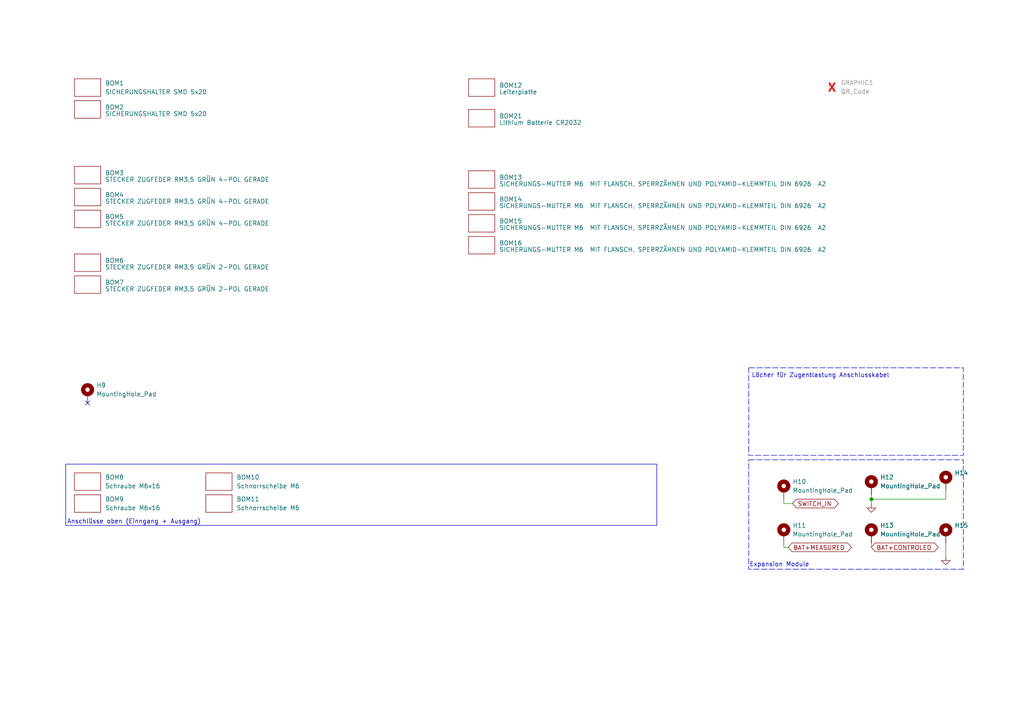
<source format=kicad_sch>
(kicad_sch
	(version 20250114)
	(generator "eeschema")
	(generator_version "9.0")
	(uuid "d2a2d163-13e4-4f1d-aa3d-79667ae6d2fb")
	(paper "A4")
	(lib_symbols
		(symbol "Mechanical:MountingHole_Pad"
			(pin_numbers
				(hide yes)
			)
			(pin_names
				(offset 1.016)
				(hide yes)
			)
			(exclude_from_sim yes)
			(in_bom no)
			(on_board yes)
			(property "Reference" "H"
				(at 0 6.35 0)
				(effects
					(font
						(size 1.27 1.27)
					)
				)
			)
			(property "Value" "MountingHole_Pad"
				(at 0 4.445 0)
				(effects
					(font
						(size 1.27 1.27)
					)
				)
			)
			(property "Footprint" ""
				(at 0 0 0)
				(effects
					(font
						(size 1.27 1.27)
					)
					(hide yes)
				)
			)
			(property "Datasheet" "~"
				(at 0 0 0)
				(effects
					(font
						(size 1.27 1.27)
					)
					(hide yes)
				)
			)
			(property "Description" "Mounting Hole with connection"
				(at 0 0 0)
				(effects
					(font
						(size 1.27 1.27)
					)
					(hide yes)
				)
			)
			(property "ki_keywords" "mounting hole"
				(at 0 0 0)
				(effects
					(font
						(size 1.27 1.27)
					)
					(hide yes)
				)
			)
			(property "ki_fp_filters" "MountingHole*Pad*"
				(at 0 0 0)
				(effects
					(font
						(size 1.27 1.27)
					)
					(hide yes)
				)
			)
			(symbol "MountingHole_Pad_0_1"
				(circle
					(center 0 1.27)
					(radius 1.27)
					(stroke
						(width 1.27)
						(type default)
					)
					(fill
						(type none)
					)
				)
			)
			(symbol "MountingHole_Pad_1_1"
				(pin input line
					(at 0 -2.54 90)
					(length 2.54)
					(name "1"
						(effects
							(font
								(size 1.27 1.27)
							)
						)
					)
					(number "1"
						(effects
							(font
								(size 1.27 1.27)
							)
						)
					)
				)
			)
			(embedded_fonts no)
		)
		(symbol "myBOM_Part:BOM-Part"
			(pin_numbers
				(hide yes)
			)
			(pin_names
				(offset 0)
				(hide yes)
			)
			(exclude_from_sim no)
			(in_bom yes)
			(on_board no)
			(property "Reference" "BOM"
				(at 0 0 0)
				(effects
					(font
						(size 1.27 1.27)
					)
				)
			)
			(property "Value" ""
				(at 0 0 0)
				(effects
					(font
						(size 1.27 1.27)
					)
				)
			)
			(property "Footprint" "myDummy:BOM-Dummy"
				(at 0 0 0)
				(effects
					(font
						(size 1.27 1.27)
					)
					(hide yes)
				)
			)
			(property "Datasheet" ""
				(at 0 0 0)
				(effects
					(font
						(size 1.27 1.27)
					)
					(hide yes)
				)
			)
			(property "Description" ""
				(at 0 0 0)
				(effects
					(font
						(size 1.27 1.27)
					)
					(hide yes)
				)
			)
			(symbol "BOM-Part_0_1"
				(rectangle
					(start -3.81 2.54)
					(end 3.81 -2.54)
					(stroke
						(width 0)
						(type default)
					)
					(fill
						(type none)
					)
				)
			)
			(embedded_fonts no)
		)
		(symbol "myUserSymbol:qrcode"
			(exclude_from_sim no)
			(in_bom yes)
			(on_board yes)
			(property "Reference" "GRAPHIC"
				(at 5.08 1.016 0)
				(effects
					(font
						(size 1.27 1.27)
					)
				)
			)
			(property "Value" "QR_Code"
				(at 5.08 -0.762 0)
				(effects
					(font
						(size 1.27 1.27)
					)
				)
			)
			(property "Footprint" "myQR:qr_PowerPro"
				(at 0 0 0)
				(effects
					(font
						(size 1.27 1.27)
					)
					(hide yes)
				)
			)
			(property "Datasheet" ""
				(at 0 0 0)
				(effects
					(font
						(size 1.27 1.27)
					)
					(hide yes)
				)
			)
			(property "Description" ""
				(at 0 0 0)
				(effects
					(font
						(size 1.27 1.27)
					)
					(hide yes)
				)
			)
			(symbol "qrcode_0_1"
				(rectangle
					(start -0.762 1.27)
					(end 0.762 -1.016)
					(stroke
						(width 0)
						(type default)
					)
					(fill
						(type none)
					)
				)
			)
			(embedded_fonts no)
		)
		(symbol "power:GND"
			(power)
			(pin_numbers
				(hide yes)
			)
			(pin_names
				(offset 0)
				(hide yes)
			)
			(exclude_from_sim no)
			(in_bom yes)
			(on_board yes)
			(property "Reference" "#PWR"
				(at 0 -6.35 0)
				(effects
					(font
						(size 1.27 1.27)
					)
					(hide yes)
				)
			)
			(property "Value" "GND"
				(at 0 -3.81 0)
				(effects
					(font
						(size 1.27 1.27)
					)
				)
			)
			(property "Footprint" ""
				(at 0 0 0)
				(effects
					(font
						(size 1.27 1.27)
					)
					(hide yes)
				)
			)
			(property "Datasheet" ""
				(at 0 0 0)
				(effects
					(font
						(size 1.27 1.27)
					)
					(hide yes)
				)
			)
			(property "Description" "Power symbol creates a global label with name \"GND\" , ground"
				(at 0 0 0)
				(effects
					(font
						(size 1.27 1.27)
					)
					(hide yes)
				)
			)
			(property "ki_keywords" "global power"
				(at 0 0 0)
				(effects
					(font
						(size 1.27 1.27)
					)
					(hide yes)
				)
			)
			(symbol "GND_0_1"
				(polyline
					(pts
						(xy 0 0) (xy 0 -1.27) (xy 1.27 -1.27) (xy 0 -2.54) (xy -1.27 -1.27) (xy 0 -1.27)
					)
					(stroke
						(width 0)
						(type default)
					)
					(fill
						(type none)
					)
				)
			)
			(symbol "GND_1_1"
				(pin power_in line
					(at 0 0 270)
					(length 0)
					(name "~"
						(effects
							(font
								(size 1.27 1.27)
							)
						)
					)
					(number "1"
						(effects
							(font
								(size 1.27 1.27)
							)
						)
					)
				)
			)
			(embedded_fonts no)
		)
	)
	(rectangle
		(start 217.17 133.35)
		(end 279.4 165.1)
		(stroke
			(width 0)
			(type dash)
		)
		(fill
			(type none)
		)
		(uuid 19cbcd4b-2900-44c0-b5eb-e1c8e5fad9b3)
	)
	(rectangle
		(start 19.05 134.62)
		(end 190.5 152.4)
		(stroke
			(width 0)
			(type default)
		)
		(fill
			(type none)
		)
		(uuid 4fc705eb-151b-4c39-b69d-6b073ef0a0af)
	)
	(rectangle
		(start 217.17 106.68)
		(end 279.4 132.08)
		(stroke
			(width 0)
			(type dash)
		)
		(fill
			(type none)
		)
		(uuid 61e250e7-9619-4225-9a96-0ed381a046d7)
	)
	(text "Löcher für Zugentlastung Anschlusskabel"
		(exclude_from_sim no)
		(at 237.998 108.966 0)
		(effects
			(font
				(size 1.27 1.27)
			)
		)
		(uuid "2ae2e78b-53c9-4db3-9d96-5f71fe2ffdd1")
	)
	(text "Expansion Module"
		(exclude_from_sim no)
		(at 226.06 163.83 0)
		(effects
			(font
				(size 1.27 1.27)
			)
		)
		(uuid "6c3b5cdf-4a79-400d-9705-a79c499b5e39")
	)
	(text "Anschlüsse oben (Einngang + Ausgang)"
		(exclude_from_sim no)
		(at 38.862 151.384 0)
		(effects
			(font
				(size 1.27 1.27)
			)
		)
		(uuid "737c89cb-0591-48cb-82c1-b1c9f3ef509b")
	)
	(junction
		(at 252.73 144.78)
		(diameter 0)
		(color 0 0 0 0)
		(uuid "454f0d34-a07e-44b4-8ebc-43cd33c915a1")
	)
	(no_connect
		(at 25.4 116.84)
		(uuid "9245115c-bb1d-4108-a8e3-fbdc234b3f22")
	)
	(wire
		(pts
			(xy 252.73 144.78) (xy 274.32 144.78)
		)
		(stroke
			(width 0)
			(type default)
		)
		(uuid "0078d49e-983c-40c6-b453-eb7277c27513")
	)
	(wire
		(pts
			(xy 252.73 143.51) (xy 252.73 144.78)
		)
		(stroke
			(width 0)
			(type default)
		)
		(uuid "47a48d7d-451b-42ba-a88c-f222fc5bde47")
	)
	(wire
		(pts
			(xy 227.33 158.75) (xy 228.6 158.75)
		)
		(stroke
			(width 0)
			(type default)
		)
		(uuid "4e11d572-97cc-40d8-9dc7-fce15f1c12b0")
	)
	(wire
		(pts
			(xy 274.32 142.24) (xy 274.32 144.78)
		)
		(stroke
			(width 0)
			(type default)
		)
		(uuid "a2a167c2-f9a6-4a80-aa94-493153756674")
	)
	(wire
		(pts
			(xy 252.73 157.48) (xy 252.73 158.75)
		)
		(stroke
			(width 0)
			(type default)
		)
		(uuid "a6e0210b-d913-4b8a-a84c-a3401678e8c3")
	)
	(wire
		(pts
			(xy 227.33 144.78) (xy 227.33 146.05)
		)
		(stroke
			(width 0)
			(type default)
		)
		(uuid "abc2eff4-7019-4ad1-bc0b-dd302e56a76a")
	)
	(wire
		(pts
			(xy 252.73 144.78) (xy 252.73 146.05)
		)
		(stroke
			(width 0)
			(type default)
		)
		(uuid "c7932869-de71-445a-ba61-b190c9886530")
	)
	(wire
		(pts
			(xy 274.32 157.48) (xy 274.32 161.29)
		)
		(stroke
			(width 0)
			(type default)
		)
		(uuid "e536a4b8-e32d-428d-be0f-a83094752d99")
	)
	(wire
		(pts
			(xy 227.33 157.48) (xy 227.33 158.75)
		)
		(stroke
			(width 0)
			(type default)
		)
		(uuid "f56a4b86-d637-4188-b45e-4104e61cf7a1")
	)
	(wire
		(pts
			(xy 227.33 146.05) (xy 229.87 146.05)
		)
		(stroke
			(width 0)
			(type default)
		)
		(uuid "f592cb13-c7a3-425a-b4b8-bf22fa8fb3e7")
	)
	(global_label "SWITCH_IN"
		(shape bidirectional)
		(at 229.87 146.05 0)
		(fields_autoplaced yes)
		(effects
			(font
				(size 1.27 1.27)
			)
			(justify left)
		)
		(uuid "3d6b7ba3-d73a-4b59-bffa-e6c1a2376993")
		(property "Intersheetrefs" "${INTERSHEET_REFS}"
			(at 243.7032 146.05 0)
			(effects
				(font
					(size 1.27 1.27)
				)
				(justify left)
				(hide yes)
			)
		)
	)
	(global_label "BAT+CONTROLED"
		(shape bidirectional)
		(at 252.73 158.75 0)
		(fields_autoplaced yes)
		(effects
			(font
				(size 1.27 1.27)
			)
			(justify left)
		)
		(uuid "5cf974c7-9651-4fbf-9a3e-827d0d665053")
		(property "Intersheetrefs" "${INTERSHEET_REFS}"
			(at 272.6713 158.75 0)
			(effects
				(font
					(size 1.27 1.27)
				)
				(justify left)
				(hide yes)
			)
		)
	)
	(global_label "BAT+MEASURED"
		(shape bidirectional)
		(at 228.6 158.75 0)
		(fields_autoplaced yes)
		(effects
			(font
				(size 1.27 1.27)
			)
			(justify left)
		)
		(uuid "e94b6d2d-eb85-48c6-9f55-c351cd225aaa")
		(property "Intersheetrefs" "${INTERSHEET_REFS}"
			(at 247.5131 158.75 0)
			(effects
				(font
					(size 1.27 1.27)
				)
				(justify left)
				(hide yes)
			)
		)
	)
	(symbol
		(lib_id "Mechanical:MountingHole_Pad")
		(at 252.73 154.94 0)
		(unit 1)
		(exclude_from_sim yes)
		(in_bom no)
		(on_board yes)
		(dnp no)
		(fields_autoplaced yes)
		(uuid "2502056f-8c4a-4ddd-993b-3ef96ce9a768")
		(property "Reference" "H13"
			(at 255.27 152.3999 0)
			(effects
				(font
					(size 1.27 1.27)
				)
				(justify left)
			)
		)
		(property "Value" "MountingHole_Pad"
			(at 255.27 154.9399 0)
			(effects
				(font
					(size 1.27 1.27)
				)
				(justify left)
			)
		)
		(property "Footprint" "MountingHole:MountingHole_3.2mm_M3_DIN965_Pad"
			(at 252.73 154.94 0)
			(effects
				(font
					(size 1.27 1.27)
				)
				(hide yes)
			)
		)
		(property "Datasheet" "~"
			(at 252.73 154.94 0)
			(effects
				(font
					(size 1.27 1.27)
				)
				(hide yes)
			)
		)
		(property "Description" "Mounting Hole with connection"
			(at 252.73 154.94 0)
			(effects
				(font
					(size 1.27 1.27)
				)
				(hide yes)
			)
		)
		(pin "1"
			(uuid "9d30b5b2-c1c1-4513-9a90-ed04021f002d")
		)
		(instances
			(project "smartPro"
				(path "/bf1f8167-8e29-49cc-a467-dd9cc2c77246/4875905e-d35e-4049-a6aa-c7869d81fd32"
					(reference "H13")
					(unit 1)
				)
			)
		)
	)
	(symbol
		(lib_id "myBOM_Part:BOM-Part")
		(at 63.5 139.7 0)
		(unit 1)
		(exclude_from_sim no)
		(in_bom yes)
		(on_board yes)
		(dnp no)
		(fields_autoplaced yes)
		(uuid "32477daf-5902-4d7c-bccf-cfd7a440cadd")
		(property "Reference" "BOM10"
			(at 68.58 138.4299 0)
			(effects
				(font
					(size 1.27 1.27)
				)
				(justify left)
			)
		)
		(property "Value" "Schnorrscheibe M6"
			(at 68.58 140.9699 0)
			(effects
				(font
					(size 1.27 1.27)
				)
				(justify left)
			)
		)
		(property "Footprint" "myBOM:BOM_PART_2x2mm"
			(at 63.5 139.7 0)
			(effects
				(font
					(size 1.27 1.27)
				)
				(hide yes)
			)
		)
		(property "Datasheet" ""
			(at 63.5 139.7 0)
			(effects
				(font
					(size 1.27 1.27)
				)
				(hide yes)
			)
		)
		(property "Description" "SCHNORR SICHERUNGSSCHEIBEN FORM S (Standard) S6 A2"
			(at 63.5 139.7 0)
			(effects
				(font
					(size 1.27 1.27)
				)
				(hide yes)
			)
		)
		(property "HAN" "417 900"
			(at 63.5 139.7 0)
			(effects
				(font
					(size 1.27 1.27)
				)
				(hide yes)
			)
		)
		(property "ECS Art#" "M414"
			(at 63.5 139.7 0)
			(effects
				(font
					(size 1.27 1.27)
				)
				(hide yes)
			)
		)
		(property "Hersteller" "Schnorr"
			(at 63.5 139.7 0)
			(effects
				(font
					(size 1.27 1.27)
				)
				(hide yes)
			)
		)
		(property "Voltage" ""
			(at 63.5 139.7 0)
			(effects
				(font
					(size 1.27 1.27)
				)
				(hide yes)
			)
		)
		(property "Toleranz" ""
			(at 63.5 139.7 0)
			(effects
				(font
					(size 1.27 1.27)
				)
				(hide yes)
			)
		)
		(instances
			(project "smartPro"
				(path "/bf1f8167-8e29-49cc-a467-dd9cc2c77246/4875905e-d35e-4049-a6aa-c7869d81fd32"
					(reference "BOM10")
					(unit 1)
				)
			)
		)
	)
	(symbol
		(lib_id "myBOM_Part:BOM-Part")
		(at 139.7 64.77 0)
		(unit 1)
		(exclude_from_sim no)
		(in_bom yes)
		(on_board yes)
		(dnp no)
		(fields_autoplaced yes)
		(uuid "34200ca7-24e4-4c21-baf7-9aa64778258b")
		(property "Reference" "BOM15"
			(at 144.78 64.1349 0)
			(effects
				(font
					(size 1.27 1.27)
				)
				(justify left)
			)
		)
		(property "Value" "SICHERUNGS-MUTTER M6  MIT FLANSCH, SPERRZÄHNEN UND POLYAMID-KLEMMTEIL DIN 6926  A2"
			(at 144.78 66.04 0)
			(effects
				(font
					(size 1.27 1.27)
				)
				(justify left)
			)
		)
		(property "Footprint" "myBOM:BOM_PART_2x2mm"
			(at 139.7 64.77 0)
			(effects
				(font
					(size 1.27 1.27)
				)
				(hide yes)
			)
		)
		(property "Datasheet" ""
			(at 139.7 64.77 0)
			(effects
				(font
					(size 1.27 1.27)
				)
				(hide yes)
			)
		)
		(property "Description" "SICHERUNGS-MUTTER M6  MIT FLANSCH, SPERRZÄHNEN UND POLYAMID-KLEMMTEIL DIN 6926  A2"
			(at 139.7 64.77 0)
			(effects
				(font
					(size 1.27 1.27)
				)
				(hide yes)
			)
		)
		(property "ECS Art#" "M601"
			(at 139.7 64.77 0)
			(effects
				(font
					(size 1.27 1.27)
				)
				(hide yes)
			)
		)
		(property "HAN" "UNBEKANNT/VERSCHIEDEN"
			(at 139.7 64.77 0)
			(effects
				(font
					(size 1.27 1.27)
				)
				(hide yes)
			)
		)
		(property "Voltage" ""
			(at 139.7 64.77 0)
			(effects
				(font
					(size 1.27 1.27)
				)
				(hide yes)
			)
		)
		(property "Toleranz" ""
			(at 139.7 64.77 0)
			(effects
				(font
					(size 1.27 1.27)
				)
				(hide yes)
			)
		)
		(property "Hersteller" "UNBEKANNT/VERSCHIEDEN"
			(at 139.7 64.77 0)
			(effects
				(font
					(size 1.27 1.27)
				)
				(hide yes)
			)
		)
		(instances
			(project "smartPro"
				(path "/bf1f8167-8e29-49cc-a467-dd9cc2c77246/4875905e-d35e-4049-a6aa-c7869d81fd32"
					(reference "BOM15")
					(unit 1)
				)
			)
		)
	)
	(symbol
		(lib_id "myBOM_Part:BOM-Part")
		(at 25.4 50.8 0)
		(unit 1)
		(exclude_from_sim no)
		(in_bom yes)
		(on_board yes)
		(dnp no)
		(fields_autoplaced yes)
		(uuid "3b1edae6-9a49-468b-9575-917881cfa914")
		(property "Reference" "BOM3"
			(at 30.48 50.1649 0)
			(effects
				(font
					(size 1.27 1.27)
				)
				(justify left)
			)
		)
		(property "Value" "STECKER ZUGFEDER RM3,5 GRÜN 4-POL GERADE"
			(at 30.48 52.07 0)
			(effects
				(font
					(size 1.27 1.27)
				)
				(justify left)
			)
		)
		(property "Footprint" "myBOM:BOM_PART_2x2mm"
			(at 25.4 50.8 0)
			(effects
				(font
					(size 1.27 1.27)
				)
				(hide yes)
			)
		)
		(property "Datasheet" "https://www.lcsc.com/datasheet/lcsc_datasheet_2111222030_Cixi-Kefa-Elec-KF2EDGKN-3-5-4P_C2923001.pdf"
			(at 25.4 50.8 0)
			(effects
				(font
					(size 1.27 1.27)
				)
				(hide yes)
			)
		)
		(property "Description" "STECKER ZUGFEDER RM3,5 GRÜN 4-POL GERADE"
			(at 25.4 50.8 0)
			(effects
				(font
					(size 1.27 1.27)
				)
				(hide yes)
			)
		)
		(property "ECS Art#" "CON592"
			(at 25.4 50.8 0)
			(effects
				(font
					(size 1.27 1.27)
				)
				(hide yes)
			)
		)
		(property "HAN" "KF2EDGKN-3.5-4P"
			(at 25.4 50.8 0)
			(effects
				(font
					(size 1.27 1.27)
				)
				(hide yes)
			)
		)
		(property "Voltage" ""
			(at 25.4 50.8 0)
			(effects
				(font
					(size 1.27 1.27)
				)
				(hide yes)
			)
		)
		(property "Toleranz" ""
			(at 25.4 50.8 0)
			(effects
				(font
					(size 1.27 1.27)
				)
				(hide yes)
			)
		)
		(property "Hersteller" "Cici"
			(at 25.4 50.8 0)
			(effects
				(font
					(size 1.27 1.27)
				)
				(hide yes)
			)
		)
		(instances
			(project "greenSmartSwitch"
				(path "/bf1f8167-8e29-49cc-a467-dd9cc2c77246/4875905e-d35e-4049-a6aa-c7869d81fd32"
					(reference "BOM3")
					(unit 1)
				)
			)
		)
	)
	(symbol
		(lib_id "myUserSymbol:qrcode")
		(at 241.3 25.4 0)
		(unit 1)
		(exclude_from_sim no)
		(in_bom no)
		(on_board yes)
		(dnp yes)
		(fields_autoplaced yes)
		(uuid "3bd154cd-1a86-44b1-84d1-fd9215abcf7a")
		(property "Reference" "GRAPHIC1"
			(at 243.84 24.0029 0)
			(effects
				(font
					(size 1.27 1.27)
				)
				(justify left)
			)
		)
		(property "Value" "QR_Code"
			(at 243.84 26.5429 0)
			(effects
				(font
					(size 1.27 1.27)
				)
				(justify left)
			)
		)
		(property "Footprint" "myQR:qr_SmartPro"
			(at 241.3 25.4 0)
			(effects
				(font
					(size 1.27 1.27)
				)
				(hide yes)
			)
		)
		(property "Datasheet" ""
			(at 241.3 25.4 0)
			(effects
				(font
					(size 1.27 1.27)
				)
				(hide yes)
			)
		)
		(property "Description" "QR CODE"
			(at 241.3 25.4 0)
			(effects
				(font
					(size 1.27 1.27)
				)
				(hide yes)
			)
		)
		(property "ECS Art#" ""
			(at 241.3 25.4 0)
			(effects
				(font
					(size 1.27 1.27)
				)
				(hide yes)
			)
		)
		(property "HAN" ""
			(at 241.3 25.4 0)
			(effects
				(font
					(size 1.27 1.27)
				)
				(hide yes)
			)
		)
		(property "Voltage" ""
			(at 241.3 25.4 0)
			(effects
				(font
					(size 1.27 1.27)
				)
				(hide yes)
			)
		)
		(property "Toleranz" ""
			(at 241.3 25.4 0)
			(effects
				(font
					(size 1.27 1.27)
				)
				(hide yes)
			)
		)
		(property "Hersteller" ""
			(at 241.3 25.4 0)
			(effects
				(font
					(size 1.27 1.27)
				)
				(hide yes)
			)
		)
		(instances
			(project "smartPro"
				(path "/bf1f8167-8e29-49cc-a467-dd9cc2c77246/4875905e-d35e-4049-a6aa-c7869d81fd32"
					(reference "GRAPHIC1")
					(unit 1)
				)
			)
		)
	)
	(symbol
		(lib_id "myBOM_Part:BOM-Part")
		(at 63.5 146.05 0)
		(unit 1)
		(exclude_from_sim no)
		(in_bom yes)
		(on_board yes)
		(dnp no)
		(fields_autoplaced yes)
		(uuid "42794795-c5ab-4dbf-b5e7-f92d0b23f75f")
		(property "Reference" "BOM11"
			(at 68.58 144.7799 0)
			(effects
				(font
					(size 1.27 1.27)
				)
				(justify left)
			)
		)
		(property "Value" "Schnorrscheibe M6"
			(at 68.58 147.3199 0)
			(effects
				(font
					(size 1.27 1.27)
				)
				(justify left)
			)
		)
		(property "Footprint" "myBOM:BOM_PART_2x2mm"
			(at 63.5 146.05 0)
			(effects
				(font
					(size 1.27 1.27)
				)
				(hide yes)
			)
		)
		(property "Datasheet" ""
			(at 63.5 146.05 0)
			(effects
				(font
					(size 1.27 1.27)
				)
				(hide yes)
			)
		)
		(property "Description" "SCHNORR SICHERUNGSSCHEIBEN FORM S (Standard) S6 A2"
			(at 63.5 146.05 0)
			(effects
				(font
					(size 1.27 1.27)
				)
				(hide yes)
			)
		)
		(property "HAN" "417 900"
			(at 63.5 146.05 0)
			(effects
				(font
					(size 1.27 1.27)
				)
				(hide yes)
			)
		)
		(property "ECS Art#" "M414"
			(at 63.5 146.05 0)
			(effects
				(font
					(size 1.27 1.27)
				)
				(hide yes)
			)
		)
		(property "Hersteller" "Schnorr"
			(at 63.5 146.05 0)
			(effects
				(font
					(size 1.27 1.27)
				)
				(hide yes)
			)
		)
		(property "Voltage" ""
			(at 63.5 146.05 0)
			(effects
				(font
					(size 1.27 1.27)
				)
				(hide yes)
			)
		)
		(property "Toleranz" ""
			(at 63.5 146.05 0)
			(effects
				(font
					(size 1.27 1.27)
				)
				(hide yes)
			)
		)
		(instances
			(project "smartPro"
				(path "/bf1f8167-8e29-49cc-a467-dd9cc2c77246/4875905e-d35e-4049-a6aa-c7869d81fd32"
					(reference "BOM11")
					(unit 1)
				)
			)
		)
	)
	(symbol
		(lib_id "myBOM_Part:BOM-Part")
		(at 139.7 71.12 0)
		(unit 1)
		(exclude_from_sim no)
		(in_bom yes)
		(on_board yes)
		(dnp no)
		(fields_autoplaced yes)
		(uuid "46da6a53-8e8f-4423-93b1-b65682c7fd58")
		(property "Reference" "BOM16"
			(at 144.78 70.4849 0)
			(effects
				(font
					(size 1.27 1.27)
				)
				(justify left)
			)
		)
		(property "Value" "SICHERUNGS-MUTTER M6  MIT FLANSCH, SPERRZÄHNEN UND POLYAMID-KLEMMTEIL DIN 6926  A2"
			(at 144.78 72.39 0)
			(effects
				(font
					(size 1.27 1.27)
				)
				(justify left)
			)
		)
		(property "Footprint" "myBOM:BOM_PART_2x2mm"
			(at 139.7 71.12 0)
			(effects
				(font
					(size 1.27 1.27)
				)
				(hide yes)
			)
		)
		(property "Datasheet" ""
			(at 139.7 71.12 0)
			(effects
				(font
					(size 1.27 1.27)
				)
				(hide yes)
			)
		)
		(property "Description" "SICHERUNGS-MUTTER M6  MIT FLANSCH, SPERRZÄHNEN UND POLYAMID-KLEMMTEIL DIN 6926  A2"
			(at 139.7 71.12 0)
			(effects
				(font
					(size 1.27 1.27)
				)
				(hide yes)
			)
		)
		(property "ECS Art#" "M601"
			(at 139.7 71.12 0)
			(effects
				(font
					(size 1.27 1.27)
				)
				(hide yes)
			)
		)
		(property "HAN" "UNBEKANNT/VERSCHIEDEN"
			(at 139.7 71.12 0)
			(effects
				(font
					(size 1.27 1.27)
				)
				(hide yes)
			)
		)
		(property "Voltage" ""
			(at 139.7 71.12 0)
			(effects
				(font
					(size 1.27 1.27)
				)
				(hide yes)
			)
		)
		(property "Toleranz" ""
			(at 139.7 71.12 0)
			(effects
				(font
					(size 1.27 1.27)
				)
				(hide yes)
			)
		)
		(property "Hersteller" "UNBEKANNT/VERSCHIEDEN"
			(at 139.7 71.12 0)
			(effects
				(font
					(size 1.27 1.27)
				)
				(hide yes)
			)
		)
		(instances
			(project "smartPro"
				(path "/bf1f8167-8e29-49cc-a467-dd9cc2c77246/4875905e-d35e-4049-a6aa-c7869d81fd32"
					(reference "BOM16")
					(unit 1)
				)
			)
		)
	)
	(symbol
		(lib_id "myBOM_Part:BOM-Part")
		(at 25.4 139.7 0)
		(unit 1)
		(exclude_from_sim no)
		(in_bom yes)
		(on_board yes)
		(dnp no)
		(fields_autoplaced yes)
		(uuid "47456b90-a0d1-4f7b-b80f-8d04aaa02532")
		(property "Reference" "BOM8"
			(at 30.48 138.4299 0)
			(effects
				(font
					(size 1.27 1.27)
				)
				(justify left)
			)
		)
		(property "Value" "Schraube M6x16"
			(at 30.48 140.9699 0)
			(effects
				(font
					(size 1.27 1.27)
				)
				(justify left)
			)
		)
		(property "Footprint" "myBOM:BOM_PART_2x2mm"
			(at 25.4 139.7 0)
			(effects
				(font
					(size 1.27 1.27)
				)
				(hide yes)
			)
		)
		(property "Datasheet" ""
			(at 25.4 139.7 0)
			(effects
				(font
					(size 1.27 1.27)
				)
				(hide yes)
			)
		)
		(property "Description" "Sechskantschraube / M6 x 16 / A2 / DIN 933"
			(at 25.4 139.7 0)
			(effects
				(font
					(size 1.27 1.27)
				)
				(hide yes)
			)
		)
		(property "HAN" "UNBEKANNT/VERSCHIEDEN"
			(at 25.4 139.7 0)
			(effects
				(font
					(size 1.27 1.27)
				)
				(hide yes)
			)
		)
		(property "ECS Art#" "M430"
			(at 25.4 139.7 0)
			(effects
				(font
					(size 1.27 1.27)
				)
				(hide yes)
			)
		)
		(property "Hersteller" "UNBEKANNT/VERSCHIEDEN"
			(at 25.4 139.7 0)
			(effects
				(font
					(size 1.27 1.27)
				)
				(hide yes)
			)
		)
		(property "Voltage" ""
			(at 25.4 139.7 0)
			(effects
				(font
					(size 1.27 1.27)
				)
				(hide yes)
			)
		)
		(property "Toleranz" ""
			(at 25.4 139.7 0)
			(effects
				(font
					(size 1.27 1.27)
				)
				(hide yes)
			)
		)
		(instances
			(project "smartPro"
				(path "/bf1f8167-8e29-49cc-a467-dd9cc2c77246/4875905e-d35e-4049-a6aa-c7869d81fd32"
					(reference "BOM8")
					(unit 1)
				)
			)
		)
	)
	(symbol
		(lib_id "myBOM_Part:BOM-Part")
		(at 139.7 25.4 0)
		(unit 1)
		(exclude_from_sim no)
		(in_bom yes)
		(on_board yes)
		(dnp no)
		(fields_autoplaced yes)
		(uuid "4b9b21af-a34a-4336-aa7c-8aa0c8a915e5")
		(property "Reference" "BOM12"
			(at 144.78 24.7649 0)
			(effects
				(font
					(size 1.27 1.27)
				)
				(justify left)
			)
		)
		(property "Value" "Leiterplatte"
			(at 144.78 26.67 0)
			(effects
				(font
					(size 1.27 1.27)
				)
				(justify left)
			)
		)
		(property "Footprint" "myBOM:BOM_PART_2x2mm"
			(at 139.7 25.4 0)
			(effects
				(font
					(size 1.27 1.27)
				)
				(hide yes)
			)
		)
		(property "Datasheet" ""
			(at 139.7 25.4 0)
			(effects
				(font
					(size 1.27 1.27)
				)
				(hide yes)
			)
		)
		(property "Description" "ECS_SMART_PRO_115_LP"
			(at 139.7 25.4 0)
			(effects
				(font
					(size 1.27 1.27)
				)
				(hide yes)
			)
		)
		(property "ECS Art#" "PT099"
			(at 139.7 25.4 0)
			(effects
				(font
					(size 1.27 1.27)
				)
				(hide yes)
			)
		)
		(property "HAN" "ECS_SMART_PRO_115_LP"
			(at 139.7 25.4 0)
			(effects
				(font
					(size 1.27 1.27)
				)
				(hide yes)
			)
		)
		(property "Voltage" ""
			(at 139.7 25.4 0)
			(effects
				(font
					(size 1.27 1.27)
				)
				(hide yes)
			)
		)
		(property "Toleranz" ""
			(at 139.7 25.4 0)
			(effects
				(font
					(size 1.27 1.27)
				)
				(hide yes)
			)
		)
		(property "Hersteller" "JLC"
			(at 139.7 25.4 0)
			(effects
				(font
					(size 1.27 1.27)
				)
				(hide yes)
			)
		)
		(instances
			(project "greenSmartSwitch"
				(path "/bf1f8167-8e29-49cc-a467-dd9cc2c77246/4875905e-d35e-4049-a6aa-c7869d81fd32"
					(reference "BOM12")
					(unit 1)
				)
			)
		)
	)
	(symbol
		(lib_id "Mechanical:MountingHole_Pad")
		(at 252.73 140.97 0)
		(unit 1)
		(exclude_from_sim yes)
		(in_bom no)
		(on_board yes)
		(dnp no)
		(fields_autoplaced yes)
		(uuid "4d12b034-eced-4073-8b7c-a391c81b7a7f")
		(property "Reference" "H12"
			(at 255.27 138.4299 0)
			(effects
				(font
					(size 1.27 1.27)
				)
				(justify left)
			)
		)
		(property "Value" "MountingHole_Pad"
			(at 255.27 140.9699 0)
			(effects
				(font
					(size 1.27 1.27)
				)
				(justify left)
			)
		)
		(property "Footprint" "MountingHole:MountingHole_3.2mm_M3_DIN965_Pad"
			(at 252.73 140.97 0)
			(effects
				(font
					(size 1.27 1.27)
				)
				(hide yes)
			)
		)
		(property "Datasheet" "~"
			(at 252.73 140.97 0)
			(effects
				(font
					(size 1.27 1.27)
				)
				(hide yes)
			)
		)
		(property "Description" "Mounting Hole with connection"
			(at 252.73 140.97 0)
			(effects
				(font
					(size 1.27 1.27)
				)
				(hide yes)
			)
		)
		(pin "1"
			(uuid "ebfb7f25-d75d-4e88-875f-c7c54790bce9")
		)
		(instances
			(project "smartPro"
				(path "/bf1f8167-8e29-49cc-a467-dd9cc2c77246/4875905e-d35e-4049-a6aa-c7869d81fd32"
					(reference "H12")
					(unit 1)
				)
			)
		)
	)
	(symbol
		(lib_id "myBOM_Part:BOM-Part")
		(at 25.4 82.55 0)
		(unit 1)
		(exclude_from_sim no)
		(in_bom yes)
		(on_board yes)
		(dnp no)
		(fields_autoplaced yes)
		(uuid "58fe3ecf-53dd-4404-8f11-c664fb5dafd3")
		(property "Reference" "BOM7"
			(at 30.48 81.9149 0)
			(effects
				(font
					(size 1.27 1.27)
				)
				(justify left)
			)
		)
		(property "Value" "STECKER ZUGFEDER RM3,5 GRÜN 2-POL GERADE"
			(at 30.48 83.82 0)
			(effects
				(font
					(size 1.27 1.27)
				)
				(justify left)
			)
		)
		(property "Footprint" "myBOM:BOM_PART_2x2mm"
			(at 25.4 82.55 0)
			(effects
				(font
					(size 1.27 1.27)
				)
				(hide yes)
			)
		)
		(property "Datasheet" "https://www.lcsc.com/datasheet/lcsc_datasheet_2111222030_Cixi-Kefa-Elec-KF2EDGKN-3-5-2P_C2922999.pdf"
			(at 25.4 82.55 0)
			(effects
				(font
					(size 1.27 1.27)
				)
				(hide yes)
			)
		)
		(property "Description" "STECKER ZUGFEDER RM3,5 GRÜN 2-POL GERADE"
			(at 25.4 82.55 0)
			(effects
				(font
					(size 1.27 1.27)
				)
				(hide yes)
			)
		)
		(property "ECS Art#" "CON181"
			(at 25.4 82.55 0)
			(effects
				(font
					(size 1.27 1.27)
				)
				(hide yes)
			)
		)
		(property "HAN" "KF2EDGKN-3.5-2P"
			(at 25.4 82.55 0)
			(effects
				(font
					(size 1.27 1.27)
				)
				(hide yes)
			)
		)
		(property "Voltage" ""
			(at 25.4 82.55 0)
			(effects
				(font
					(size 1.27 1.27)
				)
				(hide yes)
			)
		)
		(property "Toleranz" ""
			(at 25.4 82.55 0)
			(effects
				(font
					(size 1.27 1.27)
				)
				(hide yes)
			)
		)
		(property "Hersteller" "Cici"
			(at 25.4 82.55 0)
			(effects
				(font
					(size 1.27 1.27)
				)
				(hide yes)
			)
		)
		(instances
			(project "smartPro"
				(path "/bf1f8167-8e29-49cc-a467-dd9cc2c77246/4875905e-d35e-4049-a6aa-c7869d81fd32"
					(reference "BOM7")
					(unit 1)
				)
			)
		)
	)
	(symbol
		(lib_id "myBOM_Part:BOM-Part")
		(at 139.7 52.07 0)
		(unit 1)
		(exclude_from_sim no)
		(in_bom yes)
		(on_board yes)
		(dnp no)
		(fields_autoplaced yes)
		(uuid "5f9126a2-02d5-448c-ada2-9bc46a111da9")
		(property "Reference" "BOM13"
			(at 144.78 51.4349 0)
			(effects
				(font
					(size 1.27 1.27)
				)
				(justify left)
			)
		)
		(property "Value" "SICHERUNGS-MUTTER M6  MIT FLANSCH, SPERRZÄHNEN UND POLYAMID-KLEMMTEIL DIN 6926  A2"
			(at 144.78 53.34 0)
			(effects
				(font
					(size 1.27 1.27)
				)
				(justify left)
			)
		)
		(property "Footprint" "myBOM:BOM_PART_2x2mm"
			(at 139.7 52.07 0)
			(effects
				(font
					(size 1.27 1.27)
				)
				(hide yes)
			)
		)
		(property "Datasheet" ""
			(at 139.7 52.07 0)
			(effects
				(font
					(size 1.27 1.27)
				)
				(hide yes)
			)
		)
		(property "Description" "SICHERUNGS-MUTTER M6  MIT FLANSCH, SPERRZÄHNEN UND POLYAMID-KLEMMTEIL DIN 6926  A2"
			(at 139.7 52.07 0)
			(effects
				(font
					(size 1.27 1.27)
				)
				(hide yes)
			)
		)
		(property "ECS Art#" "M601"
			(at 139.7 52.07 0)
			(effects
				(font
					(size 1.27 1.27)
				)
				(hide yes)
			)
		)
		(property "HAN" "UNBEKANNT/VERSCHIEDEN"
			(at 139.7 52.07 0)
			(effects
				(font
					(size 1.27 1.27)
				)
				(hide yes)
			)
		)
		(property "Voltage" ""
			(at 139.7 52.07 0)
			(effects
				(font
					(size 1.27 1.27)
				)
				(hide yes)
			)
		)
		(property "Toleranz" ""
			(at 139.7 52.07 0)
			(effects
				(font
					(size 1.27 1.27)
				)
				(hide yes)
			)
		)
		(property "Hersteller" "UNBEKANNT/VERSCHIEDEN"
			(at 139.7 52.07 0)
			(effects
				(font
					(size 1.27 1.27)
				)
				(hide yes)
			)
		)
		(instances
			(project "smartPro"
				(path "/bf1f8167-8e29-49cc-a467-dd9cc2c77246/4875905e-d35e-4049-a6aa-c7869d81fd32"
					(reference "BOM13")
					(unit 1)
				)
			)
		)
	)
	(symbol
		(lib_id "Mechanical:MountingHole_Pad")
		(at 25.4 114.3 0)
		(unit 1)
		(exclude_from_sim yes)
		(in_bom no)
		(on_board yes)
		(dnp no)
		(fields_autoplaced yes)
		(uuid "64eab666-6449-4ddc-b6ea-8ddf6dce9762")
		(property "Reference" "H9"
			(at 27.94 111.7599 0)
			(effects
				(font
					(size 1.27 1.27)
				)
				(justify left)
			)
		)
		(property "Value" "MountingHole_Pad"
			(at 27.94 114.2999 0)
			(effects
				(font
					(size 1.27 1.27)
				)
				(justify left)
			)
		)
		(property "Footprint" "MountingHole:MountingHole_4.3mm_M4_DIN965_Pad"
			(at 25.4 114.3 0)
			(effects
				(font
					(size 1.27 1.27)
				)
				(hide yes)
			)
		)
		(property "Datasheet" "~"
			(at 25.4 114.3 0)
			(effects
				(font
					(size 1.27 1.27)
				)
				(hide yes)
			)
		)
		(property "Description" "Mounting Hole with connection"
			(at 25.4 114.3 0)
			(effects
				(font
					(size 1.27 1.27)
				)
				(hide yes)
			)
		)
		(pin "1"
			(uuid "ac44c1fc-a127-40ef-8928-2623fe9de048")
		)
		(instances
			(project "smartPro"
				(path "/bf1f8167-8e29-49cc-a467-dd9cc2c77246/4875905e-d35e-4049-a6aa-c7869d81fd32"
					(reference "H9")
					(unit 1)
				)
			)
		)
	)
	(symbol
		(lib_id "Mechanical:MountingHole_Pad")
		(at 274.32 139.7 0)
		(unit 1)
		(exclude_from_sim yes)
		(in_bom no)
		(on_board yes)
		(dnp no)
		(fields_autoplaced yes)
		(uuid "72c754af-daa5-43bb-b36c-3f79469c181e")
		(property "Reference" "H14"
			(at 276.86 137.1599 0)
			(effects
				(font
					(size 1.27 1.27)
				)
				(justify left)
			)
		)
		(property "Value" "MountingHole_Pad"
			(at 276.86 139.6999 0)
			(effects
				(font
					(size 1.27 1.27)
				)
				(justify left)
				(hide yes)
			)
		)
		(property "Footprint" "MountingHole:MountingHole_3.2mm_M3_DIN965_Pad"
			(at 274.32 139.7 0)
			(effects
				(font
					(size 1.27 1.27)
				)
				(hide yes)
			)
		)
		(property "Datasheet" "~"
			(at 274.32 139.7 0)
			(effects
				(font
					(size 1.27 1.27)
				)
				(hide yes)
			)
		)
		(property "Description" "Mounting Hole with connection"
			(at 274.32 139.7 0)
			(effects
				(font
					(size 1.27 1.27)
				)
				(hide yes)
			)
		)
		(pin "1"
			(uuid "ce4fc137-9b0f-4326-9b03-36b8e50856c3")
		)
		(instances
			(project "smartPro"
				(path "/bf1f8167-8e29-49cc-a467-dd9cc2c77246/4875905e-d35e-4049-a6aa-c7869d81fd32"
					(reference "H14")
					(unit 1)
				)
			)
		)
	)
	(symbol
		(lib_id "myBOM_Part:BOM-Part")
		(at 25.4 146.05 0)
		(unit 1)
		(exclude_from_sim no)
		(in_bom yes)
		(on_board yes)
		(dnp no)
		(fields_autoplaced yes)
		(uuid "773244bb-a036-4ee1-b4bc-95c51fcfcec4")
		(property "Reference" "BOM9"
			(at 30.48 144.7799 0)
			(effects
				(font
					(size 1.27 1.27)
				)
				(justify left)
			)
		)
		(property "Value" "Schraube M6x16"
			(at 30.48 147.3199 0)
			(effects
				(font
					(size 1.27 1.27)
				)
				(justify left)
			)
		)
		(property "Footprint" "myBOM:BOM_PART_2x2mm"
			(at 25.4 146.05 0)
			(effects
				(font
					(size 1.27 1.27)
				)
				(hide yes)
			)
		)
		(property "Datasheet" ""
			(at 25.4 146.05 0)
			(effects
				(font
					(size 1.27 1.27)
				)
				(hide yes)
			)
		)
		(property "Description" "Sechskantschraube / M6 x 16 / A2 / DIN 933"
			(at 25.4 146.05 0)
			(effects
				(font
					(size 1.27 1.27)
				)
				(hide yes)
			)
		)
		(property "HAN" "UNBEKANNT/VERSCHIEDEN"
			(at 25.4 146.05 0)
			(effects
				(font
					(size 1.27 1.27)
				)
				(hide yes)
			)
		)
		(property "ECS Art#" "M430"
			(at 25.4 146.05 0)
			(effects
				(font
					(size 1.27 1.27)
				)
				(hide yes)
			)
		)
		(property "Hersteller" "UNBEKANNT/VERSCHIEDEN"
			(at 25.4 146.05 0)
			(effects
				(font
					(size 1.27 1.27)
				)
				(hide yes)
			)
		)
		(property "Voltage" ""
			(at 25.4 146.05 0)
			(effects
				(font
					(size 1.27 1.27)
				)
				(hide yes)
			)
		)
		(property "Toleranz" ""
			(at 25.4 146.05 0)
			(effects
				(font
					(size 1.27 1.27)
				)
				(hide yes)
			)
		)
		(instances
			(project "smartPro"
				(path "/bf1f8167-8e29-49cc-a467-dd9cc2c77246/4875905e-d35e-4049-a6aa-c7869d81fd32"
					(reference "BOM9")
					(unit 1)
				)
			)
		)
	)
	(symbol
		(lib_id "Mechanical:MountingHole_Pad")
		(at 227.33 142.24 0)
		(unit 1)
		(exclude_from_sim yes)
		(in_bom no)
		(on_board yes)
		(dnp no)
		(fields_autoplaced yes)
		(uuid "8eeff620-90ec-4713-9390-7bf1e8b66fd8")
		(property "Reference" "H10"
			(at 229.87 139.6999 0)
			(effects
				(font
					(size 1.27 1.27)
				)
				(justify left)
			)
		)
		(property "Value" "MountingHole_Pad"
			(at 229.87 142.2399 0)
			(effects
				(font
					(size 1.27 1.27)
				)
				(justify left)
			)
		)
		(property "Footprint" "MountingHole:MountingHole_3.2mm_M3_DIN965_Pad"
			(at 227.33 142.24 0)
			(effects
				(font
					(size 1.27 1.27)
				)
				(hide yes)
			)
		)
		(property "Datasheet" "~"
			(at 227.33 142.24 0)
			(effects
				(font
					(size 1.27 1.27)
				)
				(hide yes)
			)
		)
		(property "Description" "Mounting Hole with connection"
			(at 227.33 142.24 0)
			(effects
				(font
					(size 1.27 1.27)
				)
				(hide yes)
			)
		)
		(pin "1"
			(uuid "92620c5a-8c3b-484e-acbd-eaea1fabf7b2")
		)
		(instances
			(project "smartPro"
				(path "/bf1f8167-8e29-49cc-a467-dd9cc2c77246/4875905e-d35e-4049-a6aa-c7869d81fd32"
					(reference "H10")
					(unit 1)
				)
			)
		)
	)
	(symbol
		(lib_id "myBOM_Part:BOM-Part")
		(at 139.7 58.42 0)
		(unit 1)
		(exclude_from_sim no)
		(in_bom yes)
		(on_board yes)
		(dnp no)
		(fields_autoplaced yes)
		(uuid "94da1eae-d16a-47f0-9675-3f63c22f6867")
		(property "Reference" "BOM14"
			(at 144.78 57.7849 0)
			(effects
				(font
					(size 1.27 1.27)
				)
				(justify left)
			)
		)
		(property "Value" "SICHERUNGS-MUTTER M6  MIT FLANSCH, SPERRZÄHNEN UND POLYAMID-KLEMMTEIL DIN 6926  A2"
			(at 144.78 59.69 0)
			(effects
				(font
					(size 1.27 1.27)
				)
				(justify left)
			)
		)
		(property "Footprint" "myBOM:BOM_PART_2x2mm"
			(at 139.7 58.42 0)
			(effects
				(font
					(size 1.27 1.27)
				)
				(hide yes)
			)
		)
		(property "Datasheet" ""
			(at 139.7 58.42 0)
			(effects
				(font
					(size 1.27 1.27)
				)
				(hide yes)
			)
		)
		(property "Description" "SICHERUNGS-MUTTER M6  MIT FLANSCH, SPERRZÄHNEN UND POLYAMID-KLEMMTEIL DIN 6926  A2"
			(at 139.7 58.42 0)
			(effects
				(font
					(size 1.27 1.27)
				)
				(hide yes)
			)
		)
		(property "ECS Art#" "M601"
			(at 139.7 58.42 0)
			(effects
				(font
					(size 1.27 1.27)
				)
				(hide yes)
			)
		)
		(property "HAN" "UNBEKANNT/VERSCHIEDEN"
			(at 139.7 58.42 0)
			(effects
				(font
					(size 1.27 1.27)
				)
				(hide yes)
			)
		)
		(property "Voltage" ""
			(at 139.7 58.42 0)
			(effects
				(font
					(size 1.27 1.27)
				)
				(hide yes)
			)
		)
		(property "Toleranz" ""
			(at 139.7 58.42 0)
			(effects
				(font
					(size 1.27 1.27)
				)
				(hide yes)
			)
		)
		(property "Hersteller" "UNBEKANNT/VERSCHIEDEN"
			(at 139.7 58.42 0)
			(effects
				(font
					(size 1.27 1.27)
				)
				(hide yes)
			)
		)
		(instances
			(project "smartPro"
				(path "/bf1f8167-8e29-49cc-a467-dd9cc2c77246/4875905e-d35e-4049-a6aa-c7869d81fd32"
					(reference "BOM14")
					(unit 1)
				)
			)
		)
	)
	(symbol
		(lib_id "myBOM_Part:BOM-Part")
		(at 25.4 31.75 0)
		(unit 1)
		(exclude_from_sim no)
		(in_bom yes)
		(on_board yes)
		(dnp no)
		(fields_autoplaced yes)
		(uuid "9a77df8c-b0c0-4ce7-a108-fd8d16d413f3")
		(property "Reference" "BOM2"
			(at 30.48 31.1149 0)
			(effects
				(font
					(size 1.27 1.27)
				)
				(justify left)
			)
		)
		(property "Value" "SICHERUNGSHALTER SMD 5x20"
			(at 30.48 33.02 0)
			(effects
				(font
					(size 1.27 1.27)
				)
				(justify left)
			)
		)
		(property "Footprint" "myBOM:BOM_PART_2x2mm"
			(at 25.4 31.75 0)
			(effects
				(font
					(size 1.27 1.27)
				)
				(hide yes)
			)
		)
		(property "Datasheet" "https://shopapi.schukat.com/medias/typ-OGN.pdf?context=bWFzdGVyfHBpbWFzc2V0c3w1MDMzMzZ8YXBwbGljYXRpb24vcGRmfGFEYzBMMmhrTWk4eE1EUTNOVFEzTXpRek5qY3dNaTkwZVhCZlQwZE9MbkJrWmd8Mjg4NGY1YzRmZWU5YjM2YzY0MWZmYmZlYmEzOTNkZjk5YzQyYTRmOWZkOWZjZDBiNjZkMmZiM2QzMWY3ODhiNQ&_gl=1*1v30h1u*_gcl_au*NDkwMDc0NzYyLjE3MzU3MjkyODQ."
			(at 25.4 31.75 0)
			(effects
				(font
					(size 1.27 1.27)
				)
				(hide yes)
			)
		)
		(property "Description" ""
			(at 25.4 31.75 0)
			(effects
				(font
					(size 1.27 1.27)
				)
				(hide yes)
			)
		)
		(property "ECS Art#" "EM469"
			(at 25.4 31.75 0)
			(effects
				(font
					(size 1.27 1.27)
				)
				(hide yes)
			)
		)
		(property "HAN" "0031.8221"
			(at 25.4 31.75 0)
			(effects
				(font
					(size 1.27 1.27)
				)
				(hide yes)
			)
		)
		(property "Voltage" ""
			(at 25.4 31.75 0)
			(effects
				(font
					(size 1.27 1.27)
				)
				(hide yes)
			)
		)
		(property "Toleranz" ""
			(at 25.4 31.75 0)
			(effects
				(font
					(size 1.27 1.27)
				)
				(hide yes)
			)
		)
		(property "Hersteller" "Schurter"
			(at 25.4 31.75 0)
			(effects
				(font
					(size 1.27 1.27)
				)
				(hide yes)
			)
		)
		(instances
			(project "greenSmartSwitch"
				(path "/bf1f8167-8e29-49cc-a467-dd9cc2c77246/4875905e-d35e-4049-a6aa-c7869d81fd32"
					(reference "BOM2")
					(unit 1)
				)
			)
		)
	)
	(symbol
		(lib_id "power:GND")
		(at 274.32 161.29 0)
		(unit 1)
		(exclude_from_sim no)
		(in_bom yes)
		(on_board yes)
		(dnp no)
		(fields_autoplaced yes)
		(uuid "a48e841f-716b-4b94-86ce-df5c596cdc03")
		(property "Reference" "#PWR0239"
			(at 274.32 167.64 0)
			(effects
				(font
					(size 1.27 1.27)
				)
				(hide yes)
			)
		)
		(property "Value" "GND"
			(at 274.32 166.37 0)
			(effects
				(font
					(size 1.27 1.27)
				)
				(hide yes)
			)
		)
		(property "Footprint" ""
			(at 274.32 161.29 0)
			(effects
				(font
					(size 1.27 1.27)
				)
				(hide yes)
			)
		)
		(property "Datasheet" ""
			(at 274.32 161.29 0)
			(effects
				(font
					(size 1.27 1.27)
				)
				(hide yes)
			)
		)
		(property "Description" "Power symbol creates a global label with name \"GND\" , ground"
			(at 274.32 161.29 0)
			(effects
				(font
					(size 1.27 1.27)
				)
				(hide yes)
			)
		)
		(pin "1"
			(uuid "2c0525b9-f02d-4fe8-841c-9db358c817bc")
		)
		(instances
			(project "smartPro"
				(path "/bf1f8167-8e29-49cc-a467-dd9cc2c77246/4875905e-d35e-4049-a6aa-c7869d81fd32"
					(reference "#PWR0239")
					(unit 1)
				)
			)
		)
	)
	(symbol
		(lib_id "power:GND")
		(at 252.73 146.05 0)
		(unit 1)
		(exclude_from_sim no)
		(in_bom yes)
		(on_board yes)
		(dnp no)
		(fields_autoplaced yes)
		(uuid "ab30ac2d-84b7-4029-ad54-73bed1968b19")
		(property "Reference" "#PWR0199"
			(at 252.73 152.4 0)
			(effects
				(font
					(size 1.27 1.27)
				)
				(hide yes)
			)
		)
		(property "Value" "GND"
			(at 252.73 151.13 0)
			(effects
				(font
					(size 1.27 1.27)
				)
				(hide yes)
			)
		)
		(property "Footprint" ""
			(at 252.73 146.05 0)
			(effects
				(font
					(size 1.27 1.27)
				)
				(hide yes)
			)
		)
		(property "Datasheet" ""
			(at 252.73 146.05 0)
			(effects
				(font
					(size 1.27 1.27)
				)
				(hide yes)
			)
		)
		(property "Description" "Power symbol creates a global label with name \"GND\" , ground"
			(at 252.73 146.05 0)
			(effects
				(font
					(size 1.27 1.27)
				)
				(hide yes)
			)
		)
		(pin "1"
			(uuid "cb32c36c-9ca1-443e-b1c2-765b7020c431")
		)
		(instances
			(project "smartPro"
				(path "/bf1f8167-8e29-49cc-a467-dd9cc2c77246/4875905e-d35e-4049-a6aa-c7869d81fd32"
					(reference "#PWR0199")
					(unit 1)
				)
			)
		)
	)
	(symbol
		(lib_id "myBOM_Part:BOM-Part")
		(at 25.4 57.15 0)
		(unit 1)
		(exclude_from_sim no)
		(in_bom yes)
		(on_board yes)
		(dnp no)
		(fields_autoplaced yes)
		(uuid "b9323593-7eaa-4655-b02b-2825538f14c1")
		(property "Reference" "BOM4"
			(at 30.48 56.5149 0)
			(effects
				(font
					(size 1.27 1.27)
				)
				(justify left)
			)
		)
		(property "Value" "STECKER ZUGFEDER RM3,5 GRÜN 4-POL GERADE"
			(at 30.48 58.42 0)
			(effects
				(font
					(size 1.27 1.27)
				)
				(justify left)
			)
		)
		(property "Footprint" "myBOM:BOM_PART_2x2mm"
			(at 25.4 57.15 0)
			(effects
				(font
					(size 1.27 1.27)
				)
				(hide yes)
			)
		)
		(property "Datasheet" "https://www.lcsc.com/datasheet/lcsc_datasheet_2111222030_Cixi-Kefa-Elec-KF2EDGKN-3-5-4P_C2923001.pdf"
			(at 25.4 57.15 0)
			(effects
				(font
					(size 1.27 1.27)
				)
				(hide yes)
			)
		)
		(property "Description" "STECKER ZUGFEDER RM3,5 GRÜN 4-POL GERADE"
			(at 25.4 57.15 0)
			(effects
				(font
					(size 1.27 1.27)
				)
				(hide yes)
			)
		)
		(property "ECS Art#" "CON592"
			(at 25.4 57.15 0)
			(effects
				(font
					(size 1.27 1.27)
				)
				(hide yes)
			)
		)
		(property "HAN" "KF2EDGKN-3.5-4P"
			(at 25.4 57.15 0)
			(effects
				(font
					(size 1.27 1.27)
				)
				(hide yes)
			)
		)
		(property "Voltage" ""
			(at 25.4 57.15 0)
			(effects
				(font
					(size 1.27 1.27)
				)
				(hide yes)
			)
		)
		(property "Toleranz" ""
			(at 25.4 57.15 0)
			(effects
				(font
					(size 1.27 1.27)
				)
				(hide yes)
			)
		)
		(property "Hersteller" "Cici"
			(at 25.4 57.15 0)
			(effects
				(font
					(size 1.27 1.27)
				)
				(hide yes)
			)
		)
		(instances
			(project "greenSmartSwitch"
				(path "/bf1f8167-8e29-49cc-a467-dd9cc2c77246/4875905e-d35e-4049-a6aa-c7869d81fd32"
					(reference "BOM4")
					(unit 1)
				)
			)
		)
	)
	(symbol
		(lib_id "Mechanical:MountingHole_Pad")
		(at 227.33 154.94 0)
		(unit 1)
		(exclude_from_sim yes)
		(in_bom no)
		(on_board yes)
		(dnp no)
		(fields_autoplaced yes)
		(uuid "bd5730d2-f7d2-439d-9afe-f4ffe926ef75")
		(property "Reference" "H11"
			(at 229.87 152.3999 0)
			(effects
				(font
					(size 1.27 1.27)
				)
				(justify left)
			)
		)
		(property "Value" "MountingHole_Pad"
			(at 229.87 154.9399 0)
			(effects
				(font
					(size 1.27 1.27)
				)
				(justify left)
			)
		)
		(property "Footprint" "MountingHole:MountingHole_3.2mm_M3_DIN965_Pad"
			(at 227.33 154.94 0)
			(effects
				(font
					(size 1.27 1.27)
				)
				(hide yes)
			)
		)
		(property "Datasheet" "~"
			(at 227.33 154.94 0)
			(effects
				(font
					(size 1.27 1.27)
				)
				(hide yes)
			)
		)
		(property "Description" "Mounting Hole with connection"
			(at 227.33 154.94 0)
			(effects
				(font
					(size 1.27 1.27)
				)
				(hide yes)
			)
		)
		(pin "1"
			(uuid "d355f4dc-e5be-4b24-a486-eaae39710c0c")
		)
		(instances
			(project "smartPro"
				(path "/bf1f8167-8e29-49cc-a467-dd9cc2c77246/4875905e-d35e-4049-a6aa-c7869d81fd32"
					(reference "H11")
					(unit 1)
				)
			)
		)
	)
	(symbol
		(lib_id "myBOM_Part:BOM-Part")
		(at 25.4 63.5 0)
		(unit 1)
		(exclude_from_sim no)
		(in_bom yes)
		(on_board yes)
		(dnp no)
		(fields_autoplaced yes)
		(uuid "de01e9d5-c9c5-4266-ae28-85fc98121fa8")
		(property "Reference" "BOM5"
			(at 30.48 62.8649 0)
			(effects
				(font
					(size 1.27 1.27)
				)
				(justify left)
			)
		)
		(property "Value" "STECKER ZUGFEDER RM3,5 GRÜN 4-POL GERADE"
			(at 30.48 64.77 0)
			(effects
				(font
					(size 1.27 1.27)
				)
				(justify left)
			)
		)
		(property "Footprint" "myBOM:BOM_PART_2x2mm"
			(at 25.4 63.5 0)
			(effects
				(font
					(size 1.27 1.27)
				)
				(hide yes)
			)
		)
		(property "Datasheet" "https://www.lcsc.com/datasheet/lcsc_datasheet_2111222030_Cixi-Kefa-Elec-KF2EDGKN-3-5-4P_C2923001.pdf"
			(at 25.4 63.5 0)
			(effects
				(font
					(size 1.27 1.27)
				)
				(hide yes)
			)
		)
		(property "Description" "STECKER ZUGFEDER RM3,5 GRÜN 4-POL GERADE"
			(at 25.4 63.5 0)
			(effects
				(font
					(size 1.27 1.27)
				)
				(hide yes)
			)
		)
		(property "ECS Art#" "CON592"
			(at 25.4 63.5 0)
			(effects
				(font
					(size 1.27 1.27)
				)
				(hide yes)
			)
		)
		(property "HAN" "KF2EDGKN-3.5-4P"
			(at 25.4 63.5 0)
			(effects
				(font
					(size 1.27 1.27)
				)
				(hide yes)
			)
		)
		(property "Voltage" ""
			(at 25.4 63.5 0)
			(effects
				(font
					(size 1.27 1.27)
				)
				(hide yes)
			)
		)
		(property "Toleranz" ""
			(at 25.4 63.5 0)
			(effects
				(font
					(size 1.27 1.27)
				)
				(hide yes)
			)
		)
		(property "Hersteller" "Cici"
			(at 25.4 63.5 0)
			(effects
				(font
					(size 1.27 1.27)
				)
				(hide yes)
			)
		)
		(instances
			(project "greenSmartSwitch"
				(path "/bf1f8167-8e29-49cc-a467-dd9cc2c77246/4875905e-d35e-4049-a6aa-c7869d81fd32"
					(reference "BOM5")
					(unit 1)
				)
			)
		)
	)
	(symbol
		(lib_id "myBOM_Part:BOM-Part")
		(at 25.4 25.4 180)
		(unit 1)
		(exclude_from_sim no)
		(in_bom yes)
		(on_board yes)
		(dnp no)
		(fields_autoplaced yes)
		(uuid "e64363a9-72c2-4668-ae9d-e85af351ba12")
		(property "Reference" "BOM1"
			(at 30.48 24.1299 0)
			(effects
				(font
					(size 1.27 1.27)
				)
				(justify right)
			)
		)
		(property "Value" "SICHERUNGSHALTER SMD 5x20"
			(at 30.48 26.6699 0)
			(effects
				(font
					(size 1.27 1.27)
				)
				(justify right)
			)
		)
		(property "Footprint" "myBOM:BOM_PART_2x2mm"
			(at 25.4 25.4 0)
			(effects
				(font
					(size 1.27 1.27)
				)
				(hide yes)
			)
		)
		(property "Datasheet" "https://shopapi.schukat.com/medias/typ-OGN.pdf?context=bWFzdGVyfHBpbWFzc2V0c3w1MDMzMzZ8YXBwbGljYXRpb24vcGRmfGFEYzBMMmhrTWk4eE1EUTNOVFEzTXpRek5qY3dNaTkwZVhCZlQwZE9MbkJrWmd8Mjg4NGY1YzRmZWU5YjM2YzY0MWZmYmZlYmEzOTNkZjk5YzQyYTRmOWZkOWZjZDBiNjZkMmZiM2QzMWY3ODhiNQ&_gl=1*1v30h1u*_gcl_au*NDkwMDc0NzYyLjE3MzU3MjkyODQ."
			(at 25.4 25.4 0)
			(effects
				(font
					(size 1.27 1.27)
				)
				(hide yes)
			)
		)
		(property "Description" ""
			(at 25.4 25.4 0)
			(effects
				(font
					(size 1.27 1.27)
				)
				(hide yes)
			)
		)
		(property "ECS Art#" "EM469"
			(at 25.4 25.4 0)
			(effects
				(font
					(size 1.27 1.27)
				)
				(hide yes)
			)
		)
		(property "HAN" "0031.8221"
			(at 25.4 25.4 0)
			(effects
				(font
					(size 1.27 1.27)
				)
				(hide yes)
			)
		)
		(property "Voltage" ""
			(at 25.4 25.4 0)
			(effects
				(font
					(size 1.27 1.27)
				)
				(hide yes)
			)
		)
		(property "Toleranz" ""
			(at 25.4 25.4 0)
			(effects
				(font
					(size 1.27 1.27)
				)
				(hide yes)
			)
		)
		(property "Hersteller" "Schurter"
			(at 25.4 25.4 0)
			(effects
				(font
					(size 1.27 1.27)
				)
				(hide yes)
			)
		)
		(instances
			(project ""
				(path "/bf1f8167-8e29-49cc-a467-dd9cc2c77246/4875905e-d35e-4049-a6aa-c7869d81fd32"
					(reference "BOM1")
					(unit 1)
				)
			)
		)
	)
	(symbol
		(lib_id "myBOM_Part:BOM-Part")
		(at 139.7 34.29 0)
		(unit 1)
		(exclude_from_sim no)
		(in_bom yes)
		(on_board yes)
		(dnp no)
		(fields_autoplaced yes)
		(uuid "eaea8817-4402-4ee6-8ee9-4fd61cf09070")
		(property "Reference" "BOM21"
			(at 144.78 33.6549 0)
			(effects
				(font
					(size 1.27 1.27)
				)
				(justify left)
			)
		)
		(property "Value" "Lithium Batterie CR2032"
			(at 144.78 35.56 0)
			(effects
				(font
					(size 1.27 1.27)
				)
				(justify left)
			)
		)
		(property "Footprint" "myBOM:BOM_PART_2x2mm"
			(at 139.7 34.29 0)
			(effects
				(font
					(size 1.27 1.27)
				)
				(hide yes)
			)
		)
		(property "Datasheet" ""
			(at 139.7 34.29 0)
			(effects
				(font
					(size 1.27 1.27)
				)
				(hide yes)
			)
		)
		(property "Description" "VARTA CR2032 3V 230mAh"
			(at 139.7 34.29 0)
			(effects
				(font
					(size 1.27 1.27)
				)
				(hide yes)
			)
		)
		(property "ECS Art#" "X019"
			(at 139.7 34.29 0)
			(effects
				(font
					(size 1.27 1.27)
				)
				(hide yes)
			)
		)
		(property "HAN" "6032101501"
			(at 139.7 34.29 0)
			(effects
				(font
					(size 1.27 1.27)
				)
				(hide yes)
			)
		)
		(property "Voltage" ""
			(at 139.7 34.29 0)
			(effects
				(font
					(size 1.27 1.27)
				)
				(hide yes)
			)
		)
		(property "Toleranz" ""
			(at 139.7 34.29 0)
			(effects
				(font
					(size 1.27 1.27)
				)
				(hide yes)
			)
		)
		(property "Hersteller" "VARTA"
			(at 139.7 34.29 0)
			(effects
				(font
					(size 1.27 1.27)
				)
				(hide yes)
			)
		)
		(instances
			(project "smartPro"
				(path "/bf1f8167-8e29-49cc-a467-dd9cc2c77246/4875905e-d35e-4049-a6aa-c7869d81fd32"
					(reference "BOM21")
					(unit 1)
				)
			)
		)
	)
	(symbol
		(lib_id "Mechanical:MountingHole_Pad")
		(at 274.32 154.94 0)
		(unit 1)
		(exclude_from_sim yes)
		(in_bom no)
		(on_board yes)
		(dnp no)
		(fields_autoplaced yes)
		(uuid "eee6384c-fc8b-4875-9ddd-2b25ea01c020")
		(property "Reference" "H15"
			(at 276.86 152.3999 0)
			(effects
				(font
					(size 1.27 1.27)
				)
				(justify left)
			)
		)
		(property "Value" "MountingHole_Pad"
			(at 276.86 154.9399 0)
			(effects
				(font
					(size 1.27 1.27)
				)
				(justify left)
				(hide yes)
			)
		)
		(property "Footprint" "MountingHole:MountingHole_3.2mm_M3_DIN965_Pad"
			(at 274.32 154.94 0)
			(effects
				(font
					(size 1.27 1.27)
				)
				(hide yes)
			)
		)
		(property "Datasheet" "~"
			(at 274.32 154.94 0)
			(effects
				(font
					(size 1.27 1.27)
				)
				(hide yes)
			)
		)
		(property "Description" "Mounting Hole with connection"
			(at 274.32 154.94 0)
			(effects
				(font
					(size 1.27 1.27)
				)
				(hide yes)
			)
		)
		(pin "1"
			(uuid "e68451d6-cbeb-4d02-8b94-ed3a47981182")
		)
		(instances
			(project "smartPro"
				(path "/bf1f8167-8e29-49cc-a467-dd9cc2c77246/4875905e-d35e-4049-a6aa-c7869d81fd32"
					(reference "H15")
					(unit 1)
				)
			)
		)
	)
	(symbol
		(lib_id "myBOM_Part:BOM-Part")
		(at 25.4 76.2 0)
		(unit 1)
		(exclude_from_sim no)
		(in_bom yes)
		(on_board yes)
		(dnp no)
		(fields_autoplaced yes)
		(uuid "fdfa8543-b973-4844-9972-e1f09a394bdc")
		(property "Reference" "BOM6"
			(at 30.48 75.5649 0)
			(effects
				(font
					(size 1.27 1.27)
				)
				(justify left)
			)
		)
		(property "Value" "STECKER ZUGFEDER RM3,5 GRÜN 2-POL GERADE"
			(at 30.48 77.47 0)
			(effects
				(font
					(size 1.27 1.27)
				)
				(justify left)
			)
		)
		(property "Footprint" "myBOM:BOM_PART_2x2mm"
			(at 25.4 76.2 0)
			(effects
				(font
					(size 1.27 1.27)
				)
				(hide yes)
			)
		)
		(property "Datasheet" "https://www.lcsc.com/datasheet/lcsc_datasheet_2111222030_Cixi-Kefa-Elec-KF2EDGKN-3-5-2P_C2922999.pdf"
			(at 25.4 76.2 0)
			(effects
				(font
					(size 1.27 1.27)
				)
				(hide yes)
			)
		)
		(property "Description" "STECKER ZUGFEDER RM3,5 GRÜN 2-POL GERADE"
			(at 25.4 76.2 0)
			(effects
				(font
					(size 1.27 1.27)
				)
				(hide yes)
			)
		)
		(property "ECS Art#" "CON181"
			(at 25.4 76.2 0)
			(effects
				(font
					(size 1.27 1.27)
				)
				(hide yes)
			)
		)
		(property "HAN" "KF2EDGKN-3.5-2P"
			(at 25.4 76.2 0)
			(effects
				(font
					(size 1.27 1.27)
				)
				(hide yes)
			)
		)
		(property "Voltage" ""
			(at 25.4 76.2 0)
			(effects
				(font
					(size 1.27 1.27)
				)
				(hide yes)
			)
		)
		(property "Toleranz" ""
			(at 25.4 76.2 0)
			(effects
				(font
					(size 1.27 1.27)
				)
				(hide yes)
			)
		)
		(property "Hersteller" "Cici"
			(at 25.4 76.2 0)
			(effects
				(font
					(size 1.27 1.27)
				)
				(hide yes)
			)
		)
		(instances
			(project "greenSmartSwitch"
				(path "/bf1f8167-8e29-49cc-a467-dd9cc2c77246/4875905e-d35e-4049-a6aa-c7869d81fd32"
					(reference "BOM6")
					(unit 1)
				)
			)
		)
	)
)

</source>
